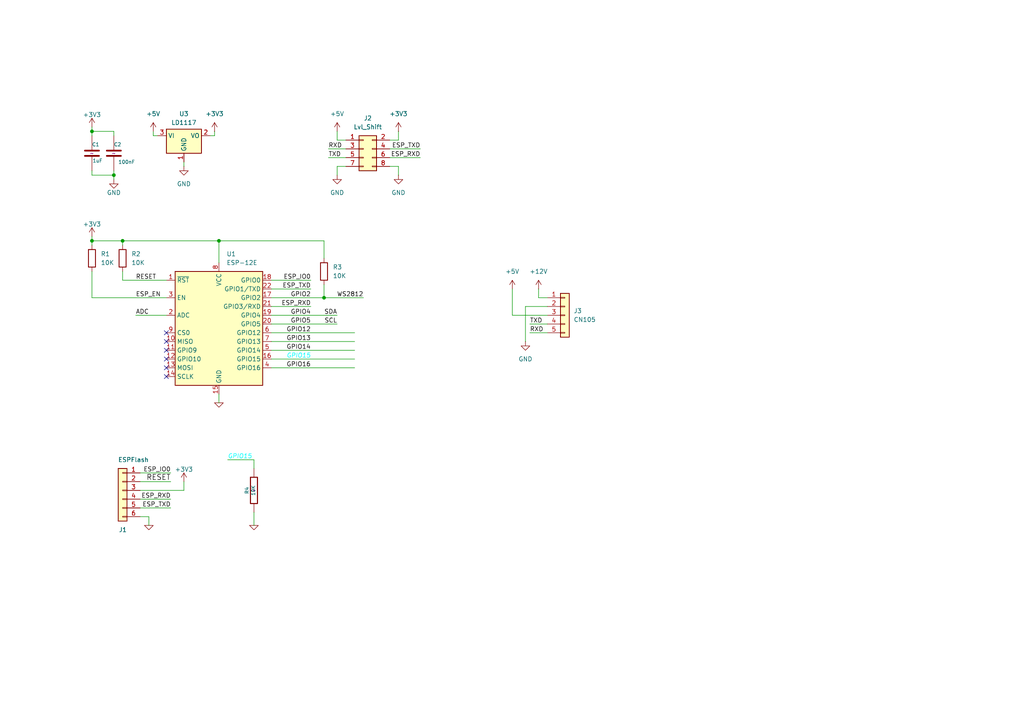
<source format=kicad_sch>
(kicad_sch (version 20231120) (generator "eeschema") (generator_version "8.0")
  (paper "A4")
  (lib_symbols
    (symbol "Connector_Generic:Conn_01x05" (pin_names (offset 1.016) hide)
      (property "Reference" "J" (at 0 7.62 0))
      (property "Value" "Conn_01x05" (at 0 -7.62 0))
      (symbol "Conn_01x05_1_1"
        (rectangle (start -1.27 -4.953) (end 0 -5.207) (stroke (width 0.1524)))
        (rectangle (start -1.27 -2.413) (end 0 -2.667) (stroke (width 0.1524)))
        (rectangle (start -1.27 0.127) (end 0 -0.127) (stroke (width 0.1524)))
        (rectangle (start -1.27 2.667) (end 0 2.413) (stroke (width 0.1524)))
        (rectangle (start -1.27 5.207) (end 0 4.953) (stroke (width 0.1524)))
        (rectangle (start -1.27 6.35) (end 1.27 -6.35) (stroke (width 0.254)) (fill (type background)))
        (pin passive line (at -5.08 5.08 0) (length 3.81) (name "Pin_1") (number "1"))
        (pin passive line (at -5.08 2.54 0) (length 3.81) (name "Pin_2") (number "2"))
        (pin passive line (at -5.08 0 0) (length 3.81) (name "Pin_3") (number "3"))
        (pin passive line (at -5.08 -2.54 0) (length 3.81) (name "Pin_4") (number "4"))
        (pin passive line (at -5.08 -5.08 0) (length 3.81) (name "Pin_5") (number "5"))
      )
    )
    (symbol "Connector_Generic:Conn_01x06" (pin_names (offset 1.016) hide)
      (property "Reference" "J" (at 0 7.62 0))
      (property "Value" "Conn_01x06" (at 0 -10.16 0))
      (symbol "Conn_01x06_1_1"
        (rectangle (start -1.27 -7.493) (end 0 -7.747) (stroke (width 0.1524)))
        (rectangle (start -1.27 -4.953) (end 0 -5.207) (stroke (width 0.1524)))
        (rectangle (start -1.27 -2.413) (end 0 -2.667) (stroke (width 0.1524)))
        (rectangle (start -1.27 0.127) (end 0 -0.127) (stroke (width 0.1524)))
        (rectangle (start -1.27 2.667) (end 0 2.413) (stroke (width 0.1524)))
        (rectangle (start -1.27 5.207) (end 0 4.953) (stroke (width 0.1524)))
        (rectangle (start -1.27 6.35) (end 1.27 -8.89) (stroke (width 0.254)) (fill (type background)))
        (pin passive line (at -5.08 5.08 0) (length 3.81) (name "Pin_1") (number "1"))
        (pin passive line (at -5.08 2.54 0) (length 3.81) (name "Pin_2") (number "2"))
        (pin passive line (at -5.08 0 0) (length 3.81) (name "Pin_3") (number "3"))
        (pin passive line (at -5.08 -2.54 0) (length 3.81) (name "Pin_4") (number "4"))
        (pin passive line (at -5.08 -5.08 0) (length 3.81) (name "Pin_5") (number "5"))
        (pin passive line (at -5.08 -7.62 0) (length 3.81) (name "Pin_6") (number "6"))
      )
    )
    (symbol "Connector_Generic:Conn_02x04_Odd_Even" (pin_names (offset 1.016) hide)
      (property "Reference" "J" (at 1.27 5.08 0))
      (property "Value" "Conn_02x04_Odd_Even" (at 1.27 -7.62 0))
      (symbol "Conn_02x04_Odd_Even_1_1"
        (rectangle (start -1.27 -4.953) (end 0 -5.207) (stroke (width 0.1524)))
        (rectangle (start -1.27 -2.413) (end 0 -2.667) (stroke (width 0.1524)))
        (rectangle (start -1.27 0.127) (end 0 -0.127) (stroke (width 0.1524)))
        (rectangle (start -1.27 2.667) (end 0 2.413) (stroke (width 0.1524)))
        (rectangle (start -1.27 3.81) (end 3.81 -6.35) (stroke (width 0.254)) (fill (type background)))
        (rectangle (start 3.81 -4.953) (end 2.54 -5.207) (stroke (width 0.1524)))
        (rectangle (start 3.81 -2.413) (end 2.54 -2.667) (stroke (width 0.1524)))
        (rectangle (start 3.81 0.127) (end 2.54 -0.127) (stroke (width 0.1524)))
        (rectangle (start 3.81 2.667) (end 2.54 2.413) (stroke (width 0.1524)))
        (pin passive line (at -5.08 2.54 0) (length 3.81) (name "Pin_1") (number "1"))
        (pin passive line (at 7.62 2.54 180) (length 3.81) (name "Pin_2") (number "2"))
        (pin passive line (at -5.08 0 0) (length 3.81) (name "Pin_3") (number "3"))
        (pin passive line (at 7.62 0 180) (length 3.81) (name "Pin_4") (number "4"))
        (pin passive line (at -5.08 -2.54 0) (length 3.81) (name "Pin_5") (number "5"))
        (pin passive line (at 7.62 -2.54 180) (length 3.81) (name "Pin_6") (number "6"))
        (pin passive line (at -5.08 -5.08 0) (length 3.81) (name "Pin_7") (number "7"))
        (pin passive line (at 7.62 -5.08 180) (length 3.81) (name "Pin_8") (number "8"))
      )
    )
    (symbol "Device:R" (pin_numbers hide) (pin_names (offset 0))
      (property "Reference" "R" (at 2.032 0 90))
      (property "Value" "R" (at 0 0 90))
      (symbol "R_0_1"
        (rectangle (start -1.016 -2.54) (end 1.016 2.54) (stroke (width 0.254)))
      )
      (symbol "R_1_1"
        (pin passive line (at 0 3.81 270) (length 1.27) (name "~") (number "1"))
        (pin passive line (at 0 -3.81 90) (length 1.27) (name "~") (number "2"))
      )
    )
    (symbol "RF_Module:ESP-12E"
      (property "Reference" "U" (at -12.7 19.05 0))
      (property "Value" "ESP-12E" (at 12.7 19.05 0))
      (symbol "ESP-12E_0_1"
        (rectangle (start -12.7 17.78) (end 12.7 -15.24) (stroke (width 0.254)) (fill (type background)))
      )
      (symbol "ESP-12E_1_1"
        (pin input line (at -15.24 15.24 0) (length 2.54) (name "~{RST}") (number "1"))
        (pin bidirectional line (at -15.24 -2.54 0) (length 2.54) (name "MISO") (number "10"))
        (pin bidirectional line (at -15.24 -5.08 0) (length 2.54) (name "GPIO9") (number "11"))
        (pin bidirectional line (at -15.24 -7.62 0) (length 2.54) (name "GPIO10") (number "12"))
        (pin bidirectional line (at -15.24 -10.16 0) (length 2.54) (name "MOSI") (number "13"))
        (pin bidirectional line (at -15.24 -12.7 0) (length 2.54) (name "SCLK") (number "14"))
        (pin power_in line (at 0 -17.78 90) (length 2.54) (name "GND") (number "15"))
        (pin bidirectional line (at 15.24 -7.62 180) (length 2.54) (name "GPIO15") (number "16"))
        (pin bidirectional line (at 15.24 10.16 180) (length 2.54) (name "GPIO2") (number "17"))
        (pin bidirectional line (at 15.24 15.24 180) (length 2.54) (name "GPIO0") (number "18"))
        (pin bidirectional line (at 15.24 5.08 180) (length 2.54) (name "GPIO4") (number "19"))
        (pin input line (at -15.24 5.08 0) (length 2.54) (name "ADC") (number "2"))
        (pin bidirectional line (at 15.24 2.54 180) (length 2.54) (name "GPIO5") (number "20"))
        (pin bidirectional line (at 15.24 7.62 180) (length 2.54) (name "GPIO3/RXD") (number "21"))
        (pin bidirectional line (at 15.24 12.7 180) (length 2.54) (name "GPIO1/TXD") (number "22"))
        (pin input line (at -15.24 10.16 0) (length 2.54) (name "EN") (number "3"))
        (pin bidirectional line (at 15.24 -10.16 180) (length 2.54) (name "GPIO16") (number "4"))
        (pin bidirectional line (at 15.24 -5.08 180) (length 2.54) (name "GPIO14") (number "5"))
        (pin bidirectional line (at 15.24 0 180) (length 2.54) (name "GPIO12") (number "6"))
        (pin bidirectional line (at 15.24 -2.54 180) (length 2.54) (name "GPIO13") (number "7"))
        (pin power_in line (at 0 20.32 270) (length 2.54) (name "VCC") (number "8"))
        (pin input line (at -15.24 0 0) (length 2.54) (name "CS0") (number "9"))
      )
    )
    (symbol "Regulator_Linear:LD1117S33TR_SOT223"
      (property "Reference" "U" (at -3.81 3.175 0))
      (property "Value" "LD1117S33TR_SOT223" (at 0 3.175 0))
      (symbol "LD1117S33TR_SOT223_0_1"
        (rectangle (start -5.08 -5.08) (end 5.08 1.905) (stroke (width 0.254)) (fill (type background)))
      )
      (symbol "LD1117S33TR_SOT223_1_1"
        (pin power_in line (at 0 -7.62 90) (length 2.54) (name "GND") (number "1"))
        (pin power_out line (at 7.62 0 180) (length 2.54) (name "VO") (number "2"))
        (pin power_in line (at -7.62 0 0) (length 2.54) (name "VI") (number "3"))
      )
    )
    (symbol "isolinear_reader-rescue:+3.3V" (power) (pin_names (offset 0))
      (property "Value" "+3.3V" (at 0 3.556 0))
      (symbol "+3.3V_0_1"
        (polyline (pts (xy -0.762 1.27) (xy 0 2.54)))
        (polyline (pts (xy 0 0) (xy 0 2.54)))
        (polyline (pts (xy 0 2.54) (xy 0.762 1.27)))
      )
      (symbol "+3.3V_1_1"
        (pin power_in line (at 0 0 90) (length 0) hide (name "+3V3") (number "1"))
      )
    )
    (symbol "isolinear_reader-rescue:C-RESCUE-isolinear_reader" (pin_numbers hide) (pin_names (offset 0.254))
      (property "Reference" "C" (at 0 2.54 0))
      (property "Value" "C-RESCUE-isolinear_reader" (at 0.1524 -2.159 0))
      (symbol "C-RESCUE-isolinear_reader_0_1"
        (polyline (pts (xy -2.032 -0.762) (xy 2.032 -0.762)) (stroke (width 0.508)))
        (polyline (pts (xy -2.032 0.762) (xy 2.032 0.762)) (stroke (width 0.508)))
      )
      (symbol "C-RESCUE-isolinear_reader_1_1"
        (pin passive line (at 0 5.08 270) (length 4.318) (name "~") (number "1"))
        (pin passive line (at 0 -5.08 90) (length 4.318) (name "~") (number "2"))
      )
    )
    (symbol "isolinear_reader-rescue:GND" (power) (pin_names (offset 0))
      (property "Value" "GND" (at 0 -3.81 0))
      (symbol "GND_0_1"
        (polyline (pts (xy 0 0) (xy 0 -1.27) (xy 1.27 -1.27) (xy 0 -2.54) (xy -1.27 -1.27) (xy 0 -1.27)))
      )
      (symbol "GND_1_1"
        (pin power_in line (at 0 0 270) (length 0) hide (name "GND") (number "1"))
      )
    )
    (symbol "isolinear_reader-rescue:GND-RESCUE-isolinear_reader" (power) (pin_names (offset 0))
      (symbol "GND-RESCUE-isolinear_reader_0_1"
        (polyline (pts (xy -1.27 0) (xy 0 -1.27) (xy 1.27 0) (xy -1.27 0)))
      )
      (symbol "GND-RESCUE-isolinear_reader_1_1"
        (pin power_in line (at 0 0 90) (length 0) hide (name "GND") (number "1"))
      )
    )
    (symbol "isolinear_reader-rescue:R-RESCUE-isolinear_reader" (pin_numbers hide) (pin_names (offset 0))
      (property "Reference" "R" (at 2.032 0 90))
      (property "Value" "R-RESCUE-isolinear_reader" (at 0.1778 0.0254 90))
      (symbol "R-RESCUE-isolinear_reader_0_1"
        (rectangle (start -1.016 3.81) (end 1.016 -3.81) (stroke (width 0.3048)))
      )
      (symbol "R-RESCUE-isolinear_reader_1_1"
        (pin passive line (at 0 6.35 270) (length 2.54) (name "~") (number "1"))
        (pin passive line (at 0 -6.35 90) (length 2.54) (name "~") (number "2"))
      )
    )
    (symbol "power:+12V" (power) (pin_numbers hide) (pin_names (offset 0) hide)
      (property "Value" "+12V" (at 0 3.556 0))
      (symbol "+12V_0_1"
        (polyline (pts (xy -0.762 1.27) (xy 0 2.54)))
        (polyline (pts (xy 0 0) (xy 0 2.54)))
        (polyline (pts (xy 0 2.54) (xy 0.762 1.27)))
      )
      (symbol "+12V_1_1"
        (pin power_in line (at 0 0 90) (length 0) (name "~") (number "1"))
      )
    )
    (symbol "power:+3V3" (power) (pin_numbers hide) (pin_names (offset 0) hide)
      (property "Value" "+3V3" (at 0 3.556 0))
      (symbol "+3V3_0_1"
        (polyline (pts (xy -0.762 1.27) (xy 0 2.54)))
        (polyline (pts (xy 0 0) (xy 0 2.54)))
        (polyline (pts (xy 0 2.54) (xy 0.762 1.27)))
      )
      (symbol "+3V3_1_1"
        (pin power_in line (at 0 0 90) (length 0) (name "~") (number "1"))
      )
    )
    (symbol "power:+5V" (power) (pin_numbers hide) (pin_names (offset 0) hide)
      (property "Value" "+5V" (at 0 3.556 0))
      (symbol "+5V_0_1"
        (polyline (pts (xy -0.762 1.27) (xy 0 2.54)))
        (polyline (pts (xy 0 0) (xy 0 2.54)))
        (polyline (pts (xy 0 2.54) (xy 0.762 1.27)))
      )
      (symbol "+5V_1_1"
        (pin power_in line (at 0 0 90) (length 0) (name "~") (number "1"))
      )
    )
    (symbol "power:GND" (power) (pin_numbers hide) (pin_names (offset 0) hide)
      (property "Value" "GND" (at 0 -3.81 0))
      (symbol "GND_0_1"
        (polyline (pts (xy 0 0) (xy 0 -1.27) (xy 1.27 -1.27) (xy 0 -2.54) (xy -1.27 -1.27) (xy 0 -1.27)))
      )
      (symbol "GND_1_1"
        (pin power_in line (at 0 0 270) (length 0) (name "~") (number "1"))
      )
    )
  )
  (junction (at 35.56 69.85))
  (junction (at 26.67 69.85))
  (junction (at 93.98 86.36))
  (junction (at 63.5 69.85))
  (junction (at 26.67 38.1))
  (junction (at 33.02 50.8))
  (no_connect (at 48.26 101.6))
  (no_connect (at 48.26 106.68))
  (no_connect (at 48.26 99.06))
  (no_connect (at 48.26 109.22))
  (no_connect (at 48.26 96.52))
  (no_connect (at 48.26 104.14))
  (wire (pts (xy 35.56 69.85) (xy 63.5 69.85)))
  (wire (pts (xy 148.59 91.44) (xy 148.59 83.82)))
  (wire (pts (xy 78.74 99.06) (xy 102.87 99.06)))
  (wire (pts (xy 115.57 48.26) (xy 115.57 50.8)))
  (wire (pts (xy 78.74 93.98) (xy 97.79 93.98)))
  (wire (pts (xy 62.23 38.1) (xy 62.23 39.37)))
  (wire (pts (xy 78.74 101.6) (xy 102.87 101.6)))
  (wire (pts (xy 153.67 93.98) (xy 158.75 93.98)))
  (wire (pts (xy 158.75 91.44) (xy 148.59 91.44)))
  (wire (pts (xy 158.75 86.36) (xy 156.21 86.36)))
  (wire (pts (xy 63.5 114.3) (xy 63.5 116.84)))
  (wire (pts (xy 73.66 148.59) (xy 73.66 152.4)))
  (wire (pts (xy 53.34 142.24) (xy 53.34 139.7)))
  (wire (pts (xy 113.03 40.64) (xy 115.57 40.64)))
  (wire (pts (xy 93.98 86.36) (xy 93.98 82.55)))
  (wire (pts (xy 100.33 48.26) (xy 97.79 48.26)))
  (wire (pts (xy 63.5 69.85) (xy 93.98 69.85)))
  (wire (pts (xy 121.92 45.72) (xy 113.03 45.72)))
  (wire (pts (xy 26.67 68.58) (xy 26.67 69.85)))
  (wire (pts (xy 40.64 149.86) (xy 43.18 149.86)))
  (wire (pts (xy 26.67 36.83) (xy 26.67 38.1)))
  (wire (pts (xy 63.5 69.85) (xy 63.5 76.2)))
  (wire (pts (xy 78.74 83.82) (xy 90.17 83.82)))
  (wire (pts (xy 39.37 91.44) (xy 48.26 91.44)))
  (wire (pts (xy 100.33 43.18) (xy 95.25 43.18)))
  (wire (pts (xy 97.79 48.26) (xy 97.79 50.8)))
  (wire (pts (xy 40.64 139.7) (xy 49.53 139.7)))
  (wire (pts (xy 43.18 149.86) (xy 43.18 152.4)))
  (wire (pts (xy 35.56 69.85) (xy 35.56 71.12)))
  (wire (pts (xy 26.67 50.8) (xy 33.02 50.8)))
  (wire (pts (xy 78.74 86.36) (xy 93.98 86.36)))
  (wire (pts (xy 100.33 45.72) (xy 95.25 45.72)))
  (wire (pts (xy 33.02 38.1) (xy 26.67 38.1)))
  (wire (pts (xy 97.79 40.64) (xy 97.79 38.1)))
  (wire (pts (xy 73.66 133.35) (xy 73.66 135.89)))
  (wire (pts (xy 156.21 86.36) (xy 156.21 83.82)))
  (wire (pts (xy 78.74 104.14) (xy 102.87 104.14)))
  (wire (pts (xy 26.67 69.85) (xy 26.67 71.12)))
  (wire (pts (xy 26.67 78.74) (xy 26.67 86.36)))
  (wire (pts (xy 26.67 38.1) (xy 26.67 39.37)))
  (wire (pts (xy 66.04 133.35) (xy 73.66 133.35)))
  (wire (pts (xy 78.74 106.68) (xy 102.87 106.68)))
  (wire (pts (xy 152.4 88.9) (xy 158.75 88.9)))
  (wire (pts (xy 78.74 81.28) (xy 90.17 81.28)))
  (wire (pts (xy 62.23 39.37) (xy 60.96 39.37)))
  (wire (pts (xy 35.56 78.74) (xy 35.56 81.28)))
  (wire (pts (xy 40.64 144.78) (xy 49.53 144.78)))
  (wire (pts (xy 26.67 86.36) (xy 48.26 86.36)))
  (wire (pts (xy 33.02 50.8) (xy 33.02 52.07)))
  (wire (pts (xy 78.74 96.52) (xy 102.87 96.52)))
  (wire (pts (xy 26.67 69.85) (xy 35.56 69.85)))
  (wire (pts (xy 53.34 46.99) (xy 53.34 48.26)))
  (wire (pts (xy 78.74 91.44) (xy 97.79 91.44)))
  (wire (pts (xy 33.02 39.37) (xy 33.02 38.1)))
  (wire (pts (xy 93.98 86.36) (xy 105.41 86.36)))
  (wire (pts (xy 100.33 40.64) (xy 97.79 40.64)))
  (wire (pts (xy 40.64 142.24) (xy 53.34 142.24)))
  (wire (pts (xy 35.56 81.28) (xy 48.26 81.28)))
  (wire (pts (xy 26.67 49.53) (xy 26.67 50.8)))
  (wire (pts (xy 153.67 96.52) (xy 158.75 96.52)))
  (wire (pts (xy 152.4 99.06) (xy 152.4 88.9)))
  (wire (pts (xy 115.57 40.64) (xy 115.57 38.1)))
  (wire (pts (xy 93.98 69.85) (xy 93.98 74.93)))
  (wire (pts (xy 33.02 49.53) (xy 33.02 50.8)))
  (wire (pts (xy 40.64 137.16) (xy 49.53 137.16)))
  (wire (pts (xy 78.74 88.9) (xy 90.17 88.9)))
  (wire (pts (xy 40.64 147.32) (xy 49.53 147.32)))
  (wire (pts (xy 44.45 38.1) (xy 44.45 39.37)))
  (wire (pts (xy 44.45 39.37) (xy 45.72 39.37)))
  (wire (pts (xy 121.92 43.18) (xy 113.03 43.18)))
  (wire (pts (xy 113.03 48.26) (xy 115.57 48.26)))
  (label "TXD" (at 153.67 93.98 0))
  (label "SDA" (at 97.79 91.44 180))
  (label "ADC" (at 39.37 91.44 0))
  (label "GPIO14" (at 90.17 101.6 180))
  (label "ESP_RXD" (at 90.17 88.9 180))
  (label "GPIO16" (at 90.17 106.68 180))
  (label "RXD" (at 153.67 96.52 0))
  (label "ESP_IO0" (at 49.53 137.16 180))
  (label "ESP_TXD" (at 121.92 43.18 180))
  (label "SCL" (at 97.79 93.98 180))
  (label "ESP_RXD" (at 49.53 144.78 180))
  (label "GPIO12" (at 90.17 96.52 180))
  (label "GPIO2" (at 90.17 86.36 180))
  (label "ESP_TXD" (at 90.17 83.82 180))
  (label "TXD" (at 95.25 45.72 0))
  (label "GPIO4" (at 90.17 91.44 180))
  (label "ESP_EN" (at 39.37 86.36 0))
  (label "WS2812" (at 105.41 86.36 180))
  (label "RXD" (at 95.25 43.18 0))
  (label "GPIO5" (at 90.17 93.98 180))
  (label "GPIO15" (at 90.17 104.14 180) (effects (font (italic yes))))
  (label "GPIO13" (at 90.17 99.06 180))
  (label "ESP_RXD" (at 121.92 45.72 180))
  (label "RESET" (at 49.53 139.7 180) (effects (font (size 1.524 1.524))))
  (label "RESET" (at 39.37 81.28 0))
  (label "ESP_IO0" (at 90.17 81.28 180))
  (label "GPIO15" (at 66.04 133.35 0) (effects (font (italic yes))))
  (label "ESP_TXD" (at 49.53 147.32 180))
  (symbol (lib_id "Connector_Generic:Conn_01x05") (at 163.83 91.44 0) (unit 1)
    (property "Reference" "J3" (at 166.37 90.1699 0) (effects (justify left)))
    (property "Value" "CN105" (at 166.37 92.7099 0) (effects (justify left)))
    (property "Footprint" "Connector_PinHeader_2.54mm:PinHeader_1x05_P2.54mm_Vertical" (effects (hide yes)))
    (property "Description" "Generic connector, single row, 01x05, script generated (kicad-library-utils/schlib/autogen/connector/)" (effects (hide yes)))
  )
  (symbol (lib_id "Connector_Generic:Conn_01x06") (at 35.56 142.24 0) (mirror y) (unit 1)
    (property "Reference" "J1" (at 36.83 153.67 0) (effects (justify left)))
    (property "Value" "ESPFlash" (at 43.18 133.35 0) (effects (justify left)))
    (property "Footprint" "libs:ESPFlash" (effects (hide yes)))
  )
  (symbol (lib_id "RF_Module:ESP-12E") (at 63.5 96.52 0) (unit 1)
    (property "Reference" "U1" (at 65.6941 73.66 0) (effects (justify left)))
    (property "Value" "ESP-12E" (at 65.6941 76.2 0) (effects (justify left)))
    (property "Footprint" "libs:ESP-12E" (effects (hide yes)))
    (property "Datasheet" "http://wiki.ai-thinker.com/_media/esp8266/esp8266_series_modules_user_manual_v1.1.pdf" (effects (hide yes)))
  )
  (symbol (lib_id "isolinear_reader-rescue:C-RESCUE-isolinear_reader") (at 33.02 44.45 0) (unit 1)
    (property "Reference" "C2" (at 33.02 41.91 0) (effects (font (size 1.016 1.016)) (justify left)))
    (property "Value" "100nF" (at 34.29 46.99 0) (effects (font (size 1.016 1.016)) (justify left)))
    (property "Footprint" "Capacitor_SMD:C_0603_1608Metric_Pad1.08x0.95mm_HandSolder" (effects (hide yes)))
    (property "Datasheet" "~" (at 33.02 44.45 0) (effects (font (size 1.524 1.524))))
  )
  (symbol (lib_id "isolinear_reader-rescue:GND") (at 33.02 52.07 0) (unit 1)
    (property "Reference" "#PWR03" (effects (hide yes)))
    (property "Value" "GND" (at 33.02 55.88 0))
  )
  (symbol (lib_id "power:GND") (at 53.34 48.26 0) (unit 1)
    (property "Reference" "#PWR07" (effects (hide yes)))
    (property "Value" "GND" (at 53.34 53.34 0))
    (property "Description" "Power symbol creates a global label with name \"GND\" , ground" (effects (hide yes)))
  )
  (symbol (lib_id "power:+5V") (at 97.79 38.1 0) (mirror y) (unit 1)
    (property "Reference" "#PWR010" (effects (hide yes)))
    (property "Value" "+5V" (at 97.79 33.02 0))
    (property "Description" "Power symbol creates a global label with name \"+5V\"" (effects (hide yes)))
  )
  (symbol (lib_id "isolinear_reader-rescue:R-RESCUE-isolinear_reader") (at 73.66 142.24 180) (unit 1)
    (property "Reference" "R4" (at 71.628 142.24 90) (effects (font (size 1.016 1.016))))
    (property "Value" "10K" (at 73.4822 142.2654 90) (effects (font (size 1.016 1.016))))
    (property "Footprint" "Resistor_SMD:R_0603_1608Metric_Pad0.98x0.95mm_HandSolder" (effects (hide yes)))
    (property "Datasheet" "~" (at 73.66 142.24 0) (effects (font (size 0.762 0.762))))
  )
  (symbol (lib_id "isolinear_reader-rescue:C-RESCUE-isolinear_reader") (at 26.67 44.45 0) (unit 1)
    (property "Reference" "C1" (at 26.67 41.91 0) (effects (font (size 1.016 1.016)) (justify left)))
    (property "Value" "1uF" (at 26.8224 46.609 0) (effects (font (size 1.016 1.016)) (justify left)))
    (property "Footprint" "Capacitor_SMD:C_0603_1608Metric_Pad1.08x0.95mm_HandSolder" (effects (hide yes)))
    (property "Datasheet" "~" (at 26.67 44.45 0) (effects (font (size 1.524 1.524))))
  )
  (symbol (lib_id "isolinear_reader-rescue:+3.3V") (at 26.67 36.83 0) (unit 1)
    (property "Reference" "#PWR01" (effects (hide yes)))
    (property "Value" "+3V3" (at 26.67 33.274 0))
  )
  (symbol (lib_id "Regulator_Linear:LD1117S33TR_SOT223") (at 53.34 39.37 0) (unit 1)
    (property "Reference" "U3" (at 53.34 33.02 0))
    (property "Value" "LD1117" (at 53.34 35.56 0))
    (property "Footprint" "Package_TO_SOT_SMD:SOT-223-3_TabPin2" (effects (hide yes)))
    (property "Datasheet" "http://www.st.com/st-web-ui/static/active/en/resource/technical/document/datasheet/CD00000544.pdf" (effects (hide yes)))
    (property "Description" "800mA Fixed Low Drop Positive Voltage Regulator, Fixed Output 3.3V, SOT-223" (effects (hide yes)))
  )
  (symbol (lib_id "power:+5V") (at 44.45 38.1 0) (unit 1)
    (property "Reference" "#PWR06" (effects (hide yes)))
    (property "Value" "+5V" (at 44.45 33.02 0))
    (property "Description" "Power symbol creates a global label with name \"+5V\"" (effects (hide yes)))
  )
  (symbol (lib_id "power:+3V3") (at 115.57 38.1 0) (mirror y) (unit 1)
    (property "Reference" "#PWR018" (effects (hide yes)))
    (property "Value" "+3V3" (at 115.57 33.02 0))
    (property "Description" "Power symbol creates a global label with name \"+3V3\"" (effects (hide yes)))
  )
  (symbol (lib_id "Device:R") (at 93.98 78.74 0) (unit 1)
    (property "Reference" "R3" (at 96.52 77.47 0) (effects (justify left)))
    (property "Value" "10K" (at 96.52 80.01 0) (effects (justify left)))
    (property "Footprint" "Resistor_SMD:R_0603_1608Metric_Pad0.98x0.95mm_HandSolder" (effects (hide yes)))
  )
  (symbol (lib_id "Device:R") (at 26.67 74.93 0) (unit 1)
    (property "Reference" "R1" (at 29.21 73.66 0) (effects (justify left)))
    (property "Value" "10K" (at 29.21 76.2 0) (effects (justify left)))
    (property "Footprint" "Resistor_SMD:R_0603_1608Metric_Pad0.98x0.95mm_HandSolder" (effects (hide yes)))
  )
  (symbol (lib_id "power:+3V3") (at 62.23 38.1 0) (unit 1)
    (property "Reference" "#PWR09" (effects (hide yes)))
    (property "Value" "+3V3" (at 62.23 33.02 0))
    (property "Description" "Power symbol creates a global label with name \"+3V3\"" (effects (hide yes)))
  )
  (symbol (lib_id "power:GND") (at 115.57 50.8 0) (mirror y) (unit 1)
    (property "Reference" "#PWR019" (effects (hide yes)))
    (property "Value" "GND" (at 115.57 55.88 0))
    (property "Description" "Power symbol creates a global label with name \"GND\" , ground" (effects (hide yes)))
  )
  (symbol (lib_id "Device:R") (at 35.56 74.93 0) (unit 1)
    (property "Reference" "R2" (at 38.1 73.66 0) (effects (justify left)))
    (property "Value" "10K" (at 38.1 76.2 0) (effects (justify left)))
    (property "Footprint" "Resistor_SMD:R_0603_1608Metric_Pad0.98x0.95mm_HandSolder" (effects (hide yes)))
  )
  (symbol (lib_id "power:+5V") (at 148.59 83.82 0) (unit 1)
    (property "Reference" "#PWR016" (effects (hide yes)))
    (property "Value" "+5V" (at 148.59 78.74 0))
    (property "Description" "Power symbol creates a global label with name \"+5V\"" (effects (hide yes)))
  )
  (symbol (lib_id "Connector_Generic:Conn_02x04_Odd_Even") (at 105.41 43.18 0) (unit 1)
    (property "Reference" "J2" (at 106.68 34.29 0))
    (property "Value" "Lvl_Shift" (at 106.68 36.83 0))
    (property "Footprint" "libs:lvl_shift" (effects (hide yes)))
    (property "Description" "Generic connector, double row, 02x04, odd/even pin numbering scheme (row 1 odd numbers, row 2 even numbers), script generated (kicad-library-utils/schlib/autogen/connector/)" (effects (hide yes)))
  )
  (symbol (lib_id "isolinear_reader-rescue:GND-RESCUE-isolinear_reader") (at 63.5 116.84 0) (unit 1)
    (property "Reference" "#PWR08" (effects (hide yes)))
    (property "Value" "GND" (effects (hide yes)))
  )
  (symbol (lib_id "power:+12V") (at 156.21 83.82 0) (unit 1)
    (property "Reference" "#PWR015" (effects (hide yes)))
    (property "Value" "+12V" (at 156.21 78.74 0))
    (property "Description" "Power symbol creates a global label with name \"+12V\"" (effects (hide yes)))
  )
  (symbol (lib_id "power:GND") (at 97.79 50.8 0) (mirror y) (unit 1)
    (property "Reference" "#PWR012" (effects (hide yes)))
    (property "Value" "GND" (at 97.79 55.88 0))
    (property "Description" "Power symbol creates a global label with name \"GND\" , ground" (effects (hide yes)))
  )
  (symbol (lib_id "isolinear_reader-rescue:GND-RESCUE-isolinear_reader") (at 43.18 152.4 0) (unit 1)
    (property "Reference" "#PWR04" (effects (hide yes)))
    (property "Value" "GND" (effects (hide yes)))
  )
  (symbol (lib_id "power:GND") (at 152.4 99.06 0) (unit 1)
    (property "Reference" "#PWR017" (effects (hide yes)))
    (property "Value" "GND" (at 152.4 104.14 0))
    (property "Description" "Power symbol creates a global label with name \"GND\" , ground" (effects (hide yes)))
  )
  (symbol (lib_id "isolinear_reader-rescue:GND-RESCUE-isolinear_reader") (at 73.66 152.4 0) (unit 1)
    (property "Reference" "#PWR011" (effects (hide yes)))
    (property "Value" "GND" (effects (hide yes)))
  )
  (symbol (lib_id "isolinear_reader-rescue:+3.3V") (at 26.67 68.58 0) (unit 1)
    (property "Reference" "#PWR02" (effects (hide yes)))
    (property "Value" "+3V3" (at 26.67 65.024 0))
  )
  (symbol (lib_id "isolinear_reader-rescue:+3.3V") (at 53.34 139.7 0) (unit 1)
    (property "Reference" "#PWR05" (effects (hide yes)))
    (property "Value" "+3V3" (at 53.34 136.144 0))
  )
)
</source>
